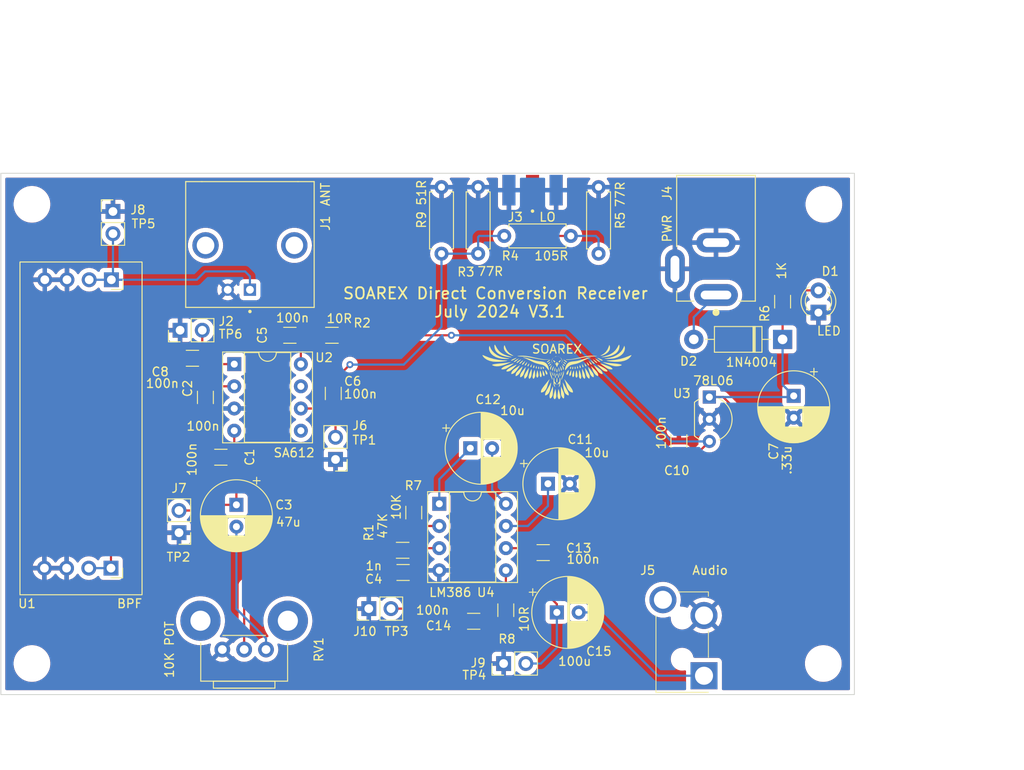
<source format=kicad_pcb>
(kicad_pcb (version 20211014) (generator pcbnew)
  (layers (0 "F.Cu" signal) (31 "B.Cu" signal) (34 "B.Paste" user) (35 "F.Paste" user) (36 "B.SilkS" user "B.Silkscreen") (37 "F.SilkS" user "F.Silkscreen") (38 "B.Mask" user) (39 "F.Mask" user) (44 "Edge.Cuts" user))
  (net 0 "")
  (net 1 "Net-(C1-Pad1)")
  (net 2 "GND")
  (net 3 "Net-(C2-Pad1)")
  (net 4 "Net-(C3-Pad2)")
  (net 5 "Net-(C4-Pad1)")
  (net 6 "Net-(C5-Pad1)")
  (net 7 "Net-(C6-Pad1)")
  (net 8 "12V")
  (net 9 "RX6V")
  (net 10 "Net-(D1-Pad2)")
  (net 11 "Net-(D2-Pad2)")
  (net 12 "Net-(C6-Pad2)")
  (net 13 "Net-(J1-Pad1)")
  (net 14 "Net-(J3-Pad1)")
  (net 15 "Net-(R1-Pad1)")
  (net 16 "Net-(C8-Pad1)")
  (net 19 "Net-(C11-Pad1)")
  (net 20 "Net-(C12-Pad1)")
  (net 21 "Net-(C12-Pad2)")
  (net 22 "Net-(C14-Pad1)")
  (net 23 "Net-(C15-Pad1)")
  (net 24 "Net-(C15-Pad2)")
  (net 25 "Net-(R7-Pad2)")
  (net 27 "Net-(C8-Pad2)")
  (footprint "Connector_PinHeader_2.54mm:PinHeader_1x02_P2.54mm_Vertical" (layer "F.Cu") (at 140.716 101.6 90)
    (fp_text reference "J10" (at -2.6035 -0.4445 180) (layer "F.SilkS"))
    (fp_text value "TP3" (at -2.6035 3.175 180) (layer "F.SilkS"))
    (pad "1" thru_hole rect (at 0 0 90) (size 1.7 1.7) (drill 1) (layers *.Cu *.Mask) (net 2 "GND"))
    (pad "2" thru_hole oval (at 0 2.54 90) (size 1.7 1.7) (drill 1) (layers *.Cu *.Mask) (net 5 "Net-(C4-Pad1)"))
  )
  (footprint "Capacitor_THT:CP_Radial_D8.0mm_P2.50mm" (layer "F.Cu") (at 189.3335 77.240349 -90)
    (fp_text reference "C7" (at 6.35 2.286 -270) (layer "F.SilkS"))
    (fp_text value ".33u" (at 7.366 0.762 -270) (layer "F.SilkS"))
    (pad "1" thru_hole rect (at 0 0 270) (size 1.6 1.6) (drill 0.8) (layers *.Cu *.Mask) (net 8 "12V"))
    (pad "2" thru_hole circle (at 2.5 0 270) (size 1.6 1.6) (drill 0.8) (layers *.Cu *.Mask) (net 2 "GND"))
  )
  (footprint "Capacitor_THT:CP_Radial_D8.0mm_P2.50mm" (layer "F.Cu") (at 161.2165 87.3025)
    (fp_text reference "C11" (at 3.692651 -5.08) (layer "F.SilkS"))
    (fp_text value "10u" (at 5.598 -3.546) (layer "F.SilkS"))
    (pad "1" thru_hole rect (at 0 0) (size 1.6 1.6) (drill 0.8) (layers *.Cu *.Mask) (net 19 "Net-(C11-Pad1)"))
    (pad "2" thru_hole circle (at 2.5 0) (size 1.6 1.6) (drill 0.8) (layers *.Cu *.Mask) (net 2 "GND"))
  )
  (footprint "Capacitor_SMD:C_1206_3216Metric" (layer "F.Cu") (at 120.5357 72.9361)
    (fp_text reference "C8" (at -3.6957 1.5494 180) (layer "F.SilkS"))
    (fp_text value "100n" (at -3.4417 2.8829) (layer "F.SilkS"))
    (pad "1" smd roundrect (at -1.475 0) (size 1.15 1.8) (layers "F.Cu" "F.Paste" "F.Mask") (roundrect_rratio 0.2173913043) (net 16 "Net-(C8-Pad1)"))
    (pad "2" smd roundrect (at 1.475 0) (size 1.15 1.8) (layers "F.Cu" "F.Paste" "F.Mask") (roundrect_rratio 0.2173913043) (net 27 "Net-(C8-Pad2)"))
  )
  (footprint "Custom_RF:CUI_PJ-002A" (layer "F.Cu") (at 180.4435 65.693 90)
    (fp_text reference "J4" (at 11.6545 -5.588 90) (layer "F.SilkS") (effects (font (size 1.000827 1.000827))))
    (fp_text value "PWR" (at 7.62 -5.588 90) (layer "F.SilkS") (effects (font (size 1.001181 1.001181))))
    (pad "1" thru_hole oval (at 0 0 90) (size 2.5 5) (drill oval 1 3.5) (layers *.Cu *.Mask) (net 11 "Net-(D2-Pad2)"))
    (pad "2" thru_hole oval (at 6 0 90) (size 2.25 4.5) (drill oval 1 3) (layers *.Cu *.Mask) (net 2 "GND"))
    (pad "3" thru_hole oval (at 3 -4.7 90) (size 4.5 2.25) (drill oval 3 1) (layers *.Cu *.Mask) (net 2 "GND"))
  )
  (footprint "Resistor_SMD:R_1206_3216Metric" (layer "F.Cu") (at 145.859151 90.6045 -90)
    (fp_text reference "R7" (at -3.0888 0.050451 180) (layer "F.SilkS"))
    (fp_text value "10K" (at -0.6504 2.006251 -90) (layer "F.SilkS"))
    (pad "1" smd roundrect (at -1.4625 0 270) (size 1.125 1.75) (layers "F.Cu" "F.Paste" "F.Mask") (roundrect_rratio 0.2222222222) (net 2 "GND"))
    (pad "2" smd roundrect (at 1.4625 0 270) (size 1.125 1.75) (layers "F.Cu" "F.Paste" "F.Mask") (roundrect_rratio 0.2222222222) (net 25 "Net-(R7-Pad2)"))
  )
  (footprint "Resistor_THT:R_Axial_DIN0207_L6.3mm_D2.5mm_P7.62mm_Horizontal" (layer "F.Cu") (at 156.21 58.928)
    (fp_text reference "R4" (at 0.6985 2.286) (layer "F.SilkS"))
    (fp_text value "105R" (at 5.3975 2.286) (layer "F.SilkS"))
    (pad "1" thru_hole circle (at 0 0) (size 1.6 1.6) (drill 0.8) (layers *.Cu *.Mask) (net 7 "Net-(C6-Pad1)"))
    (pad "2" thru_hole oval (at 7.62 0) (size 1.6 1.6) (drill 0.8) (layers *.Cu *.Mask) (net 14 "Net-(J3-Pad1)"))
  )
  (footprint "Resistor_THT:R_Axial_DIN0207_L6.3mm_D2.5mm_P7.62mm_Horizontal" (layer "F.Cu") (at 149.0345 60.96 90)
    (fp_text reference "R9" (at 3.8735 -2.286 90) (layer "F.SilkS"))
    (fp_text value "51R" (at 6.985 -2.286 90) (layer "F.SilkS"))
    (pad "1" thru_hole circle (at 0 0 90) (size 1.6 1.6) (drill 0.8) (layers *.Cu *.Mask) (net 7 "Net-(C6-Pad1)"))
    (pad "2" thru_hole oval (at 7.62 0 90) (size 1.6 1.6) (drill 0.8) (layers *.Cu *.Mask) (net 2 "GND"))
  )
  (footprint "Capacitor_SMD:C_1206_3216Metric" (layer "F.Cu") (at 122.0189 77.4165 -90)
    (fp_text reference "C2" (at -1.026 2.042 -90) (layer "F.SilkS"))
    (fp_text value "100n" (at 3.292 0.264 180) (layer "F.SilkS"))
    (pad "1" smd roundrect (at -1.475 0 270) (size 1.15 1.8) (layers "F.Cu" "F.Paste" "F.Mask") (roundrect_rratio 0.2173913043) (net 3 "Net-(C2-Pad1)"))
    (pad "2" smd roundrect (at 1.475 0 270) (size 1.15 1.8) (layers "F.Cu" "F.Paste" "F.Mask") (roundrect_rratio 0.2173913043) (net 2 "GND"))
  )
  (footprint "MountingHole:MountingHole_3.2mm_M3" (layer "F.Cu") (at 192.786 55.3085)
    (fp_text reference "H4" hide)
    (fp_text value "MountingHole" hide)
    (pad "" np_thru_hole circle (at 0 0) (size 3.2 3.2) (drill 3.2) (layers *.Cu *.Mask))
  )
  (footprint "MountingHole:MountingHole_3.2mm_M3" (layer "F.Cu") (at 192.7225 107.8865)
    (fp_text reference "H3" hide)
    (fp_text value "MountingHole" hide)
    (pad "" np_thru_hole circle (at 0 0) (size 3.2 3.2) (drill 3.2) (layers *.Cu *.Mask))
  )
  (footprint "Package_DIP:DIP-8_W7.62mm_Socket" (layer "F.Cu") (at 148.7805 89.5985)
    (fp_text reference "U4" (at 5.324 10.15) (layer "F.SilkS"))
    (fp_text value "LM386" (at 1.26 10.15) (layer "F.SilkS"))
    (pad "1" thru_hole rect (at 0 0) (size 1.6 1.6) (drill 0.8) (layers *.Cu *.Mask) (net 20 "Net-(C12-Pad1)"))
    (pad "2" thru_hole oval (at 0 2.54) (size 1.6 1.6) (drill 0.8) (layers *.Cu *.Mask) (net 25 "Net-(R7-Pad2)"))
    (pad "3" thru_hole oval (at 0 5.08) (size 1.6 1.6) (drill 0.8) (layers *.Cu *.Mask) (net 5 "Net-(C4-Pad1)"))
    (pad "4" thru_hole oval (at 0 7.62) (size 1.6 1.6) (drill 0.8) (layers *.Cu *.Mask) (net 2 "GND"))
    (pad "5" thru_hole oval (at 7.62 7.62) (size 1.6 1.6) (drill 0.8) (layers *.Cu *.Mask) (net 23 "Net-(C15-Pad1)"))
    (pad "6" thru_hole oval (at 7.62 5.08) (size 1.6 1.6) (drill 0.8) (layers *.Cu *.Mask) (net 8 "12V"))
    (pad "7" thru_hole oval (at 7.62 2.54) (size 1.6 1.6) (drill 0.8) (layers *.Cu *.Mask) (net 19 "Net-(C11-Pad1)"))
    (pad "8" thru_hole oval (at 7.62 0) (size 1.6 1.6) (drill 0.8) (layers *.Cu *.Mask) (net 21 "Net-(C12-Pad2)"))
  )
  (footprint "MountingHole:MountingHole_3.2mm_M3" (layer "F.Cu") (at 102.1715 107.8865)
    (fp_text reference "H2" hide)
    (fp_text value "MountingHole" hide)
    (pad "" np_thru_hole circle (at 0 0) (size 3.2 3.2) (drill 3.2) (layers *.Cu *.Mask))
  )
  (footprint "Package_TO_SOT_THT:TO-92L_Inline_Wide" (layer "F.Cu") (at 179.6815 77.377 -90)
    (fp_text reference "U3" (at -0.415 3.1515) (layer "F.SilkS"))
    (fp_text value "78L06" (at -1.8755 -0.468) (layer "F.SilkS"))
    (pad "1" thru_hole rect (at 0 0 270) (size 1.5 1.5) (drill 0.8) (layers *.Cu *.Mask) (net 8 "12V"))
    (pad "2" thru_hole circle (at 2.54 0 270) (size 1.5 1.5) (drill 0.8) (layers *.Cu *.Mask) (net 2 "GND"))
    (pad "3" thru_hole circle (at 5.08 0 270) (size 1.5 1.5) (drill 0.8) (layers *.Cu *.Mask) (net 9 "RX6V"))
  )
  (footprint "Connector_PinHeader_2.54mm:PinHeader_1x02_P2.54mm_Vertical" (layer "F.Cu") (at 136.906 84.5185 180)
    (fp_text reference "J6" (at -2.794 3.8735) (layer "F.SilkS"))
    (fp_text value "TP1" (at -3.302 2.2225) (layer "F.SilkS"))
    (pad "1" thru_hole rect (at 0 0 180) (size 1.7 1.7) (drill 1) (layers *.Cu *.Mask) (net 2 "GND"))
    (pad "2" thru_hole oval (at 0 2.54 180) (size 1.7 1.7) (drill 1) (layers *.Cu *.Mask) (net 12 "Net-(C6-Pad2)"))
  )
  (footprint "Resistor_SMD:R_1206_3216Metric" (layer "F.Cu") (at 156.3905 101.7805 90)
    (fp_text reference "R8" (at -3.302 0.136651) (layer "F.SilkS"))
    (fp_text value "10R" (at -1.016 2.1055 270) (layer "F.SilkS"))
    (pad "1" smd roundrect (at -1.4625 0 90) (size 1.125 1.75) (layers "F.Cu" "F.Paste" "F.Mask") (roundrect_rratio 0.2222222222) (net 22 "Net-(C14-Pad1)"))
    (pad "2" smd roundrect (at 1.4625 0 90) (size 1.125 1.75) (layers "F.Cu" "F.Paste" "F.Mask") (roundrect_rratio 0.2222222222) (net 23 "Net-(C15-Pad1)"))
  )
  (footprint "Capacitor_THT:CP_Radial_D8.0mm_P2.50mm" (layer "F.Cu") (at 162.2325 102.0345)
    (fp_text reference "C15" (at 4.8106 4.455) (layer "F.SilkS"))
    (fp_text value "100u" (at 2.042 5.598) (layer "F.SilkS"))
    (pad "1" thru_hole rect (at 0 0) (size 1.6 1.6) (drill 0.8) (layers *.Cu *.Mask) (net 23 "Net-(C15-Pad1)"))
    (pad "2" thru_hole circle (at 2.5 0) (size 1.6 1.6) (drill 0.8) (layers *.Cu *.Mask) (net 24 "Net-(C15-Pad2)"))
  )
  (footprint "Connector_PinHeader_2.54mm:PinHeader_1x02_P2.54mm_Vertical" (layer "F.Cu") (at 118.999 92.9055 180)
    (fp_text reference "J7" (at 0 5.085) (layer "F.SilkS"))
    (fp_text value "TP2" (at 0.0635 -2.794) (layer "F.SilkS"))
    (pad "1" thru_hole rect (at 0 0 180) (size 1.7 1.7) (drill 1) (layers *.Cu *.Mask) (net 2 "GND"))
    (pad "2" thru_hole oval (at 0 2.54 180) (size 1.7 1.7) (drill 1) (layers *.Cu *.Mask) (net 1 "Net-(C1-Pad1)"))
  )
  (footprint "Capacitor_SMD:C_1206_3216Metric" (layer "F.Cu") (at 136.652 76.962 -90)
    (fp_text reference "C6" (at -1.397 -2.2225) (layer "F.SilkS"))
    (fp_text value "100n" (at 0.0635 -3.1115) (layer "F.SilkS"))
    (pad "1" smd roundrect (at -1.475 0 270) (size 1.15 1.8) (layers "F.Cu" "F.Paste" "F.Mask") (roundrect_rratio 0.2173913043) (net 7 "Net-(C6-Pad1)"))
    (pad "2" smd roundrect (at 1.475 0 270) (size 1.15 1.8) (layers "F.Cu" "F.Paste" "F.Mask") (roundrect_rratio 0.2173913043) (net 12 "Net-(C6-Pad2)"))
  )
  (footprint "Capacitor_SMD:C_1206_3216Metric" (layer "F.Cu") (at 144.638151 97.4625 180)
    (fp_text reference "C4" (at 3.351 -0.762 180) (layer "F.SilkS"))
    (fp_text value "1n" (at 3.351 0.762 180) (layer "F.SilkS"))
    (pad "1" smd roundrect (at -1.475 0 180) (size 1.15 1.8) (layers "F.Cu" "F.Paste" "F.Mask") (roundrect_rratio 0.2173913043) (net 5 "Net-(C4-Pad1)"))
    (pad "2" smd roundrect (at 1.475 0 180) (size 1.15 1.8) (layers "F.Cu" "F.Paste" "F.Mask") (roundrect_rratio 0.2173913043) (net 2 "GND"))
  )
  (footprint "MountingHole:MountingHole_3.2mm_M3" (layer "F.Cu") (at 102.1715 55.3085)
    (fp_text reference "H1" hide)
    (fp_text value "MountingHole" hide)
    (pad "" np_thru_hole circle (at 0 0) (size 3.2 3.2) (drill 3.2) (layers F&B.Cu *.Mask))
  )
  (footprint "Capacitor_SMD:C_1206_3216Metric" (layer "F.Cu") (at 131.6834 70.3045 180)
    (fp_text reference "C5" (at 3.1594 0.01 270) (layer "F.SilkS"))
    (fp_text value "100n" (at -0.3077 1.9912 180) (layer "F.SilkS"))
    (pad "1" smd roundrect (at -1.475 0 180) (size 1.15 1.8) (layers "F.Cu" "F.Paste" "F.Mask") (roundrect_rratio 0.2173913043) (net 6 "Net-(C5-Pad1)"))
    (pad "2" smd roundrect (at 1.475 0 180) (size 1.15 1.8) (layers "F.Cu" "F.Paste" "F.Mask") (roundrect_rratio 0.2173913043) (net 2 "GND"))
  )
  (footprint "Custom_RF:Bourns_PTV09A_Horizontal_Pot" (layer "F.Cu") (at 123.9535 106.286 -90)
    (fp_text reference "RV1" (at 0 -11.05 90) (layer "F.SilkS"))
    (fp_text value "10K POT" (at 0 6.05 90) (layer "F.SilkS"))
    (pad "" thru_hole circle (at -3.3 2.5 270) (size 4.6 4.6) (drill 2.3) (layers *.Cu *.Mask))
    (pad "" thru_hole circle (at -3.3 -7.5 270) (size 4.6 4.6) (drill 2.3) (layers *.Cu *.Mask))
    (pad "1" thru_hole circle (at 0 0 270) (size 1.8 1.8) (drill 1) (layers *.Cu *.Mask) (net 2 "GND"))
    (pad "2" thru_hole circle (at 0 -2.5 270) (size 1.8 1.8) (drill 1) (layers *.Cu *.Mask) (net 15 "Net-(R1-Pad1)"))
    (pad "3" thru_hole circle (at 0 -5 270) (size 1.8 1.8) (drill 1) (layers *.Cu *.Mask) (net 4 "Net-(C3-Pad2)"))
  )
  (footprint "Custom_RF:CONN_1-1337543-0" (layer "F.Cu") (at 127.1143 65.089 -90)
    (fp_text reference "J1" (at -7.62 -8.636 -90) (layer "F.SilkS") (effects (font (size 1.001882 1.001882))))
    (fp_text value "ANT" (at -10.922 -8.636 90) (layer "F.SilkS") (effects (font (size 1.000929 1.000929))))
    (pad "1" thru_hole rect (at 0 0 270) (size 1.398 1.398) (drill 0.89) (layers *.Cu *.Mask) (net 13 "Net-(J1-Pad1)"))
    (pad "2" thru_hole circle (at 0 2.54 270) (size 1.398 1.398) (drill 0.89) (layers *.Cu *.Mask) (net 2 "GND"))
    (pad "P1" thru_hole circle (at -5.08 5.08 270) (size 3.015 3.015) (drill 2.01) (layers *.Cu *.Mask))
    (pad "P2" thru_hole circle (at -5.08 -5.08 270) (size 3.015 3.015) (drill 2.01) (layers *.Cu *.Mask))
  )
  (footprint "Custom_RF:48322230" (layer "F.Cu") (at 179.0705 109.2855)
    (fp_text reference "J5" (at -6.4394 -12.067) (layer "F.SilkS"))
    (fp_text value "Audio" (at 0.698 -12.067 180) (layer "F.SilkS"))
    (pad "" np_thru_hole circle (at -2.5 -6.6) (size 1.6 1.6) (drill 1.6) (layers *.Cu *.Mask))
    (pad "" np_thru_hole circle (at -2.5 -1.9) (size 1.6 1.6) (drill 1.6) (layers *.Cu *.Mask))
    (pad "1" thru_hole rect (at 0 0) (size 3.092 3.092) (drill 2.0616) (layers *.Cu *.Mask) (net 24 "Net-(C15-Pad2)"))
    (pad "2" thru_hole circle (at 0 -6.9) (size 3.092 3.092) (drill 2.0616) (layers *.Cu *.Mask) (net 2 "GND"))
    (pad "3" thru_hole circle (at -4.7 -8.7) (size 3.092 3.092) (drill 2.0616) (layers *.Cu *.Mask))
  )
  (footprint "Resistor_THT:R_Axial_DIN0207_L6.3mm_D2.5mm_P7.62mm_Horizontal" (layer "F.Cu") (at 153.2255 60.96 90)
    (fp_text reference "R3" (at -2.0955 -1.397 180) (layer "F.SilkS"))
    (fp_text value "77R" (at -2.032 1.397 180) (layer "F.SilkS"))
    (pad "1" thru_hole circle (at 0 0 90) (size 1.6 1.6) (drill 0.8) (layers *.Cu *.Mask) (net 7 "Net-(C6-Pad1)"))
    (pad "2" thru_hole oval (at 7.62 0 90) (size 1.6 1.6) (drill 0.8) (layers *.Cu *.Mask) (net 2 "GND"))
  )
  (footprint "Capacitor_SMD:C_1206_3216Metric" (layer "F.Cu") (at 176.1965 82.408 90)
    (fp_text reference "C10" (at -3.3805 -0.238 180) (layer "F.SilkS"))
    (fp_text value "100n" (at 0.9375 -2.016 90) (layer "F.SilkS"))
    (pad "1" smd roundrect (at -1.475 0 90) (size 1.15 1.8) (layers "F.Cu" "F.Paste" "F.Mask") (roundrect_rratio 0.2173913043) (net 9 "RX6V"))
    (pad "2" smd roundrect (at 1.475 0 90) (size 1.15 1.8) (layers "F.Cu" "F.Paste" "F.Mask") (roundrect_rratio 0.2173913043) (net 2 "GND"))
  )
  (footprint "Resistor_SMD:R_1206_3216Metric" (layer "F.Cu") (at 144.589151 94.9225)
    (fp_text reference "R1" (at -3.873151 -2.022 90) (layer "F.SilkS"))
    (fp_text value "47K" (at -2.285651 -2.784 90) (layer "F.SilkS"))
    (pad "1" smd roundrect (at -1.4625 0) (size 1.125 1.75) (layers "F.Cu" "F.Paste" "F.Mask") (roundrect_rratio 0.2222222222) (net 15 "Net-(R1-Pad1)"))
    (pad "2" smd roundrect (at 1.4625 0) (size 1.125 1.75) (layers "F.Cu" "F.Paste" "F.Mask") (roundrect_rratio 0.2222222222) (net 5 "Net-(C4-Pad1)"))
  )
  (footprint "Capacitor_THT:CP_Radial_D8.0mm_P2.50mm" (layer "F.Cu") (at 125.5649 89.715849 -90)
    (fp_text reference "C3" (at 0.009651 -5.4356 180) (layer "F.SilkS"))
    (fp_text value "47u" (at 1.978151 -5.9436 180) (layer "F.SilkS"))
    (pad "1" thru_hole rect (at 0 0 270) (size 1.6 1.6) (drill 0.8) (layers *.Cu *.Mask) (net 1 "Net-(C1-Pad1)"))
    (pad "2" thru_hole circle (at 2.5 0 270) (size 1.6 1.6) (drill 0.8) (layers *.Cu *.Mask) (net 4 "Net-(C3-Pad2)"))
  )
  (footprint "Package_DIP:DIP-8_W7.62mm_Socket" (layer "F.Cu") (at 125.3209 73.6065)
    (fp_text reference "U2" (at 10.277 -0.7466) (layer "F.SilkS"))
    (fp_text value "SA612" (at 6.848 10.15) (layer "F.SilkS"))
    (pad "1" thru_hole rect (at 0 0) (size 1.6 1.6) (drill 0.8) (layers *.Cu *.Mask) (net 27 "Net-(C8-Pad2)"))
    (pad "2" thru_hole oval (at 0 2.54) (size 1.6 1.6) (drill 0.8) (layers *.Cu *.Mask) (net 3 "Net-(C2-Pad1)"))
    (pad "3" thru_hole oval (at 0 5.08) (size 1.6 1.6) (drill 0.8) (layers *.Cu *.Mask) (net 2 "GND"))
    (pad "4" thru_hole oval (at 0 7.62) (size 1.6 1.6) (drill 0.8) (layers *.Cu *.Mask) (net 1 "Net-(C1-Pad1)"))
    (pad "5" thru_hole oval (at 7.62 7.62) (size 1.6 1.6) (drill 0.8) (layers *.Cu *.Mask))
    (pad "6" thru_hole oval (at 7.62 5.08) (size 1.6 1.6) (drill 0.8) (layers *.Cu *.Mask) (net 12 "Net-(C6-Pad2)"))
    (pad "7" thru_hole oval (at 7.62 2.54) (size 1.6 1.6) (drill 0.8) (layers *.Cu *.Mask))
    (pad "8" thru_hole oval (at 7.62 0) (size 1.6 1.6) (drill 0.8) (layers *.Cu *.Mask) (net 6 "Net-(C5-Pad1)"))
  )
  (footprint "Custom_Images:SOAREX_Falcon_20mm" (layer "F.Cu") (at 162.2425 74.422)
    (fp_text reference "G***" hide)
    (fp_text value "LOGO" hide)
    (fp_text user "SOAREX" (at 0 -2.54 unlocked) (layer "F.SilkS"))
  )
  (footprint "Custom_RF:RFSOLUTIONS_CON-SMA-EDGE-S" (layer "F.Cu") (at 159.4485 53.685 -90)
    (fp_text reference "J3" (at 3.084 1.9685 180) (layer "F.SilkS"))
    (fp_text value "LO" (at 3.084 -1.7145 180) (layer "F.SilkS"))
    (pad "1" smd rect (at 0 0 270) (size 3.5 1.5) (layers "F.Cu" "F.Paste" "F.Mask") (net 14 "Net-(J3-Pad1)"))
    (pad "G1" smd rect (at 0 -2.7 270) (size 3.5 1.5) (layers "F.Cu" "F.Paste" "F.Mask") (net 2 "GND"))
    (pad "G2" smd rect (at 0 2.7 270) (size 3.5 1.5) (layers "F.Cu" "F.Paste" "F.Mask") (net 2 "GND"))
    (pad "G3" smd rect (at 0 -2.7 270) (size 3.5 1.5) (layers "B.Cu" "B.Paste" "B.Mask") (net 2 "GND"))
    (pad "G4" smd rect (at 0 2.7 270) (size 3.5 1.5) (layers "B.Cu" "B.Paste" "B.Mask") (net 2 "GND"))
  )
  (footprint "Capacitor_SMD:C_1206_3216Metric" (layer "F.Cu") (at 152.717151 103.0505 180)
    (fp_text reference "C14" (at 4.015 -0.508 180) (layer "F.SilkS"))
    (fp_text value "100n" (at 4.708651 1.27) (layer "F.SilkS"))
    (pad "1" smd roundrect (at -1.475 0 180) (size 1.15 1.8) (layers "F.Cu" "F.Paste" "F.Mask") (roundrect_rratio 0.2173913043) (net 22 "Net-(C14-Pad1)"))
    (pad "2" smd roundrect (at 1.475 0 180) (size 1.15 1.8) (layers "F.Cu" "F.Paste" "F.Mask") (roundrect_rratio 0.2173913043) (net 2 "GND"))
  )
  (footprint "LED_THT:LED_D3.0mm" (layer "F.Cu") (at 192.1637 67.7037 90)
    (fp_text reference "D1" (at 4.7244 1.3462) (layer "F.SilkS"))
    (fp_text value "LED" (at -2.1082 1.1938) (layer "F.SilkS"))
    (pad "1" thru_hole rect (at 0 0 90) (size 1.8 1.8) (drill 0.9) (layers *.Cu *.Mask) (net 2 "GND"))
    (pad "2" thru_hole circle (at 2.54 0 90) (size 1.8 1.8) (drill 0.9) (layers *.Cu *.Mask) (net 10 "Net-(D1-Pad2)"))
  )
  (footprint "Diode_THT:D_DO-41_SOD81_P10.16mm_Horizontal" (layer "F.Cu") (at 188.0635 70.773 180)
    (fp_text reference "D2" (at 10.7588 -2.4933 180) (layer "F.SilkS"))
    (fp_text value "1N4004" (at 3.5706 -2.6203) (layer "F.SilkS"))
    (pad "1" thru_hole rect (at 0 0 180) (size 2.2 2.2) (drill 1.1) (layers *.Cu *.Mask) (net 8 "12V"))
    (pad "2" thru_hole oval (at 10.16 0 180) (size 2.2 2.2) (drill 1.1) (layers *.Cu *.Mask) (net 11 "Net-(D2-Pad2)"))
  )
  (footprint "Capacitor_SMD:C_1206_3216Metric" (layer "F.Cu") (at 160.6695 95.1865)
    (fp_text reference "C13" (at 4.064 -0.508) (layer "F.SilkS"))
    (fp_text value "100n" (at 4.572 0.762 180) (layer "F.SilkS"))
    (pad "1" smd roundrect (at -1.475 0) (size 1.15 1.8) (layers "F.Cu" "F.Paste" "F.Mask") (roundrect_rratio 0.2173913043) (net 8 "12V"))
    (pad "2" smd roundrect (at 1.475 0) (size 1.15 1.8) (layers "F.Cu" "F.Paste" "F.Mask") (roundrect_rratio 0.2173913043) (net 2 "GND"))
  )
  (footprint "Connector_PinHeader_2.54mm:PinHeader_1x02_P2.54mm_Vertical" (layer "F.Cu") (at 156.1415 107.8865 90)
    (fp_text reference "J9" (at 0.0635 -2.916 180) (layer "F.SilkS"))
    (fp_text value "TP4" (at -1.3335 -3.3605 180) (layer "F.SilkS"))
    (pad "1" thru_hole rect (at 0 0 90) (size 1.7 1.7) (drill 1) (layers *.Cu *.Mask) (net 2 "GND"))
    (pad "2" thru_hole oval (at 0 2.54 90) (size 1.7 1.7) (drill 1) (layers *.Cu *.Mask) (net 23 "Net-(C15-Pad1)"))
  )
  (footprint "Capacitor_SMD:C_1206_3216Metric" (layer "F.Cu") (at 123.7869 84.2645 180)
    (fp_text reference "C1" (at -3.302 0 90) (layer "F.SilkS"))
    (fp_text value "100n" (at 3.302 -0.254 90) (layer "F.SilkS"))
    (pad "1" smd roundrect (at -1.475 0 180) (size 1.15 1.8) (layers "F.Cu" "F.Paste" "F.Mask") (roundrect_rratio 0.2173913043) (net 1 "Net-(C1-Pad1)"))
    (pad "2" smd roundrect (at 1.475 0 180) (size 1.15 1.8) (layers "F.Cu" "F.Paste" "F.Mask") (roundrect_rratio 0.2173913043) (net 2 "GND"))
  )
  (footprint "Capacitor_THT:CP_Radial_D8.0mm_P2.50mm" (layer "F.Cu") (at 152.3265 83.2385)
    (fp_text reference "C12" (at 2.042 -5.578) (layer "F.SilkS"))
    (fp_text value "10u" (at 4.836 -4.308) (layer "F.SilkS"))
    (pad "1" thru_hole rect (at 0 0) (size 1.6 1.6) (drill 0.8) (layers *.Cu *.Mask) (net 20 "Net-(C12-Pad1)"))
    (pad "2" thru_hole circle (at 2.5 0) (size 1.6 1.6) (drill 0.8) (layers *.Cu *.Mask) (net 21 "Net-(C12-Pad2)"))
  )
  (footprint "Resistor_THT:R_Axial_DIN0207_L6.3mm_D2.5mm_P7.62mm_Horizontal" (layer "F.Cu") (at 167.005 60.96 90)
    (fp_text reference "R5" (at 3.81 2.4765 90) (layer "F.SilkS"))
    (fp_text value "77R" (at 6.7945 2.4765 90) (layer "F.SilkS"))
    (pad "1" thru_hole circle (at 0 0 90) (size 1.6 1.6) (drill 0.8) (layers *.Cu *.Mask) (net 14 "Net-(J3-Pad1)"))
    (pad "2" thru_hole oval (at 7.62 0 90) (size 1.6 1.6) (drill 0.8) (layers *.Cu *.Mask) (net 2 "GND"))
  )
  (footprint "Resistor_SMD:R_1206_3216Metric" (layer "F.Cu") (at 188.0635 66.455 90)
    (fp_text reference "R6" (at -1.3503 -2.0466 90) (layer "F.SilkS"))
    (fp_text value "1K" (at 3.5519 -0.1162 90) (layer "F.SilkS"))
    (pad "1" smd roundrect (at -1.4625 0 90) (size 1.125 1.75) (layers "F.Cu" "F.Paste" "F.Mask") (roundrect_rratio 0.2222222222) (net 8 "12V"))
    (pad "2" smd roundrect (at 1.4625 0 90) (size 1.125 1.75) (layers "F.Cu" "F.Paste" "F.Mask") (roundrect_rratio 0.2222222222) (net 10 "Net-(D1-Pad2)"))
  )
  (footprint "Custom_RF:QRPLabs_Filter_TH" (layer "F.Cu") (at 105.8799 74.1045 -90)
    (fp_text reference "U1" (at 26.924 4.2799 unlocked) (layer "F.SilkS"))
    (fp_text value "BPF" (at 26.924 -7.4676 unlocked) (layer "F.SilkS"))
    (pad "1" thru_hole rect (at -10.16 -5.38 270) (size 1.7 1.7) (drill 1) (layers *.Cu *.Mask) (net 13 "Net-(J1-Pad1)"))
    (pad "2" thru_hole oval (at -10.16 -2.84 270) (size 1.7 1.7) (drill 1) (layers *.Cu *.Mask) (net 13 "Net-(J1-Pad1)"))
    (pad "3" thru_hole oval (at -10.16 -0.3 270) (size 1.7 1.7) (drill 1) (layers *.Cu *.Mask) (net 2 "GND"))
    (pad "4" thru_hole oval (at -10.16 2.24 270) (size 1.7 1.7) (drill 1) (layers *.Cu *.Mask) (net 2 "GND"))
    (pad "5" thru_hole oval (at 22.86 2.286 270) (size 1.7 1.7) (drill 1) (layers *.Cu *.Mask) (net 2 "GND"))
    (pad "6" thru_hole oval (at 22.86 -0.254 270) (size 1.7 1.7) (drill 1) (layers *.Cu *.Mask) (net 2 "GND"))
    (pad "7" thru_hole oval (at 22.86 -2.794 270) (size 1.7 1.7) (drill 1) (layers *.Cu *.Mask) (net 16 "Net-(C8-Pad1)"))
    (pad "8" thru_hole rect (at 22.86 -5.334 270) (size 1.7 1.7) (drill 1) (layers *.Cu *.Mask) (net 16 "Net-(C8-Pad1)"))
  )
  (footprint "Connector_PinHeader_2.54mm:PinHeader_1x02_P2.54mm_Vertical" (layer "F.Cu") (at 111.4425 56.129)
    (fp_text reference "J8" (at 2.8575 -0.1855) (layer "F.SilkS"))
    (fp_text value "TP5" (at 3.4925 1.402) (layer "F.SilkS"))
    (pad "1" thru_hole rect (at 0 0) (size 1.7 1.7) (drill 1) (layers *.Cu *.Mask) (net 2 "GND"))
    (pad "2" thru_hole oval (at 0 2.54) (size 1.7 1.7) (drill 1) (layers *.Cu *.Mask) (net 13 "Net-(J1-Pad1)"))
  )
  (footprint "Connector_PinHeader_2.54mm:PinHeader_1x02_P2.54mm_Vertical" (layer "F.Cu") (at 119.121 69.723 90)
    (fp_text reference "J2" (at 1.016 5.2755 180) (layer "F.SilkS"))
    (fp_text value "TP6" (at -0.4445 5.7835 180) (layer "F.SilkS"))
    (pad "1" thru_hole rect (at 0 0 90) (size 1.7 1.7) (drill 1) (layers *.Cu *.Mask) (net 2 "GND"))
    (pad "2" thru_hole oval (at 0 2.54 90) (size 1.7 1.7) (drill 1) (layers *.Cu *.Mask) (net 27 "Net-(C8-Pad2)"))
  )
  (footprint "Resistor_SMD:R_1206_3216Metric" (layer "F.Cu") (at 136.4969 70.3045 180)
    (fp_text reference "R2" (at -3.4571 1.407 180) (layer "F.SilkS"))
    (fp_text value "10R" (at -0.8536 1.915 180) (layer "F.SilkS"))
    (pad "1" smd roundrect (at -1.4625 0 180) (size 1.125 1.75) (layers "F.Cu" "F.Paste" "F.Mask") (roundrect_rratio 0.2222222222) (net 9 "RX6V"))
    (pad "2" smd roundrect (at 1.4625 0 180) (size 1.125 1.75) (layers "F.Cu" "F.Paste" "F.Mask") (roundrect_rratio 0.2222222222) (net 6 "Net-(C5-Pad1)"))
  )
  (gr_rect (start 196.2785 111.4425) (end 98.6155 51.7525) (layer "Edge.Cuts") (width 0.1) (fill none))
  (gr_text "SOAREX Direct Conversion Receiver \nJuly 2024 V3.1" (at 155.702 66.548) (layer "F.SilkS") (effects (font (size 1.3 1.3) (thickness 0.2))))
  (segment (start 122.691651 89.715849) (end 125.5649 89.715849) (width 0.25) (layer "F.Cu") (net 1))
  (segment (start 122.042 90.3655) (end 122.691651 89.715849) (width 0.25) (layer "F.Cu") (net 1))
  (segment (start 125.3209 84.2055) (end 125.2619 84.2645) (width 0.25) (layer "F.Cu") (net 1))
  (segment (start 125.5649 84.5675) (end 125.5649 89.715849) (width 0.25) (layer "F.Cu") (net 1))
  (segment (start 118.999 90.3655) (end 122.042 90.3655) (width 0.25) (layer "F.Cu") (net 1))
  (segment (start 125.2619 84.2645) (end 125.5649 84.5675) (width 0.25) (layer "F.Cu") (net 1))
  (segment (start 125.3209 81.2265) (end 125.3209 84.2055) (width 0.25) (layer "F.Cu") (net 1))
  (segment (start 122.2239 76.1465) (end 125.3209 76.1465) (width 0.25) (layer "F.Cu") (net 3))
  (segment (start 122.0189 75.9415) (end 122.2239 76.1465) (width 0.25) (layer "F.Cu") (net 3))
  (segment (start 125.5649 92.215849) (end 125.5649 101.6254) (width 0.25) (layer "B.Cu") (net 4))
  (segment (start 125.5649 101.6254) (end 128.9535 105.014) (width 0.25) (layer "B.Cu") (net 4))
  (segment (start 128.9535 105.014) (end 128.9535 106.286) (width 0.25) (layer "B.Cu") (net 4))
  (segment (start 146.051651 94.9225) (end 146.295651 94.6785) (width 0.25) (layer "F.Cu") (net 5))
  (segment (start 146.051651 94.9225) (end 146.051651 97.401) (width 0.25) (layer "F.Cu") (net 5))
  (segment (start 144.8435 101.6) (end 143.256 101.6) (width 0.25) (layer "F.Cu") (net 5))
  (segment (start 146.113151 100.330349) (end 144.8435 101.6) (width 0.25) (layer "F.Cu") (net 5))
  (segment (start 146.051651 97.401) (end 146.113151 97.4625) (width 0.25) (layer "F.Cu") (net 5))
  (segment (start 146.113151 97.4625) (end 146.113151 100.330349) (width 0.25) (layer "F.Cu") (net 5))
  (segment (start 146.295651 94.6785) (end 148.7805 94.6785) (width 0.25) (layer "F.Cu") (net 5))
  (segment (start 133.1584 70.3045) (end 135.0344 70.3045) (width 0.25) (layer "F.Cu") (net 6))
  (segment (start 133.1584 70.3045) (end 132.9409 70.522) (width 0.25) (layer "F.Cu") (net 6))
  (segment (start 132.9409 70.522) (end 132.9409 73.6065) (width 0.25) (layer "F.Cu") (net 6))
  (segment (start 136.73 75.487) (end 138.557 73.66) (width 0.25) (layer "F.Cu") (net 7))
  (segment (start 136.652 75.487) (end 136.73 75.487) (width 0.25) (layer "F.Cu") (net 7))
  (via (at 138.557 73.66) (size 0.8) (drill 0.4) (layers "F.Cu" "B.Cu") (net 7))
  (segment (start 144.7165 73.66) (end 138.557 73.66) (width 0.25) (layer "B.Cu") (net 7))
  (segment (start 153.2255 59.055) (end 153.2255 60.96) (width 0.25) (layer "B.Cu") (net 7))
  (segment (start 156.21 58.928) (end 153.3525 58.928) (width 0.25) (layer "B.Cu") (net 7))
  (segment (start 153.2255 60.96) (end 149.0345 60.96) (width 0.25) (layer "B.Cu") (net 7))
  (segment (start 149.0345 69.342) (end 144.7165 73.66) (width 0.25) (layer "B.Cu") (net 7))
  (segment (start 153.3525 58.928) (end 153.2255 59.055) (width 0.25) (layer "B.Cu") (net 7))
  (segment (start 149.0345 60.96) (end 149.0345 69.342) (width 0.25) (layer "B.Cu") (net 7))
  (segment (start 182.5625 78.6765) (end 181.263 77.377) (width 0.25) (layer "F.Cu") (net 8))
  (segment (start 159.2335 95.1765) (end 161.2555 93.1545) (width 0.25) (layer "F.Cu") (net 8))
  (segment (start 181.2925 93.1545) (end 182.5625 91.8845) (width 0.25) (layer "F.Cu") (net 8))
  (segment (start 158.7355 94.6785) (end 159.2335 95.1765) (width 0.25) (layer "F.Cu") (net 8))
  (segment (start 182.5625 91.8845) (end 182.5625 78.6765) (width 0.25) (layer "F.Cu") (net 8))
  (segment (start 188.0635 67.9175) (end 188.0635 70.773) (width 0.25) (layer "F.Cu") (net 8))
  (segment (start 161.2555 93.1545) (end 181.2925 93.1545) (width 0.25) (layer "F.Cu") (net 8))
  (segment (start 156.4005 94.6785) (end 158.7355 94.6785) (width 0.25) (layer "F.Cu") (net 8))
  (segment (start 181.263 77.377) (end 179.6815 77.377) (width 0.25) (layer "F.Cu") (net 8))
  (segment (start 188.0635 75.970349) (end 189.3335 77.240349) (width 0.25) (layer "B.Cu") (net 8))
  (segment (start 188.0635 70.773) (end 188.0635 75.970349) (width 0.25) (layer "B.Cu") (net 8))
  (segment (start 189.196849 77.377) (end 189.3335 77.240349) (width 0.25) (layer "B.Cu") (net 8))
  (segment (start 179.6815 77.377) (end 189.196849 77.377) (width 0.25) (layer "B.Cu") (net 8))
  (segment (start 179.6815 82.457) (end 178.0518 84.0867) (width 0.25) (layer "F.Cu") (net 9))
  (segment (start 178.0518 84.0867) (end 176.4002 84.0867) (width 0.25) (layer "F.Cu") (net 9))
  (segment (start 137.9594 70.3045) (end 150.1675 70.3045) (width 0.25) (layer "F.Cu") (net 9))
  (via (at 150.1675 70.3045) (size 0.8) (drill 0.4) (layers "F.Cu" "B.Cu") (net 9))
  (segment (start 150.1675 70.3045) (end 163.205 70.3045) (width 0.25) (layer "B.Cu") (net 9))
  (segment (start 175.4165 82.457) (end 179.6815 82.457) (width 0.25) (layer "B.Cu") (net 9))
  (segment (start 163.205 70.3045) (end 175.387 82.4865) (width 0.25) (layer "B.Cu") (net 9))
  (segment (start 175.387 82.4865) (end 175.4165 82.457) (width 0.25) (layer "B.Cu") (net 9))
  (segment (start 188.0635 64.9925) (end 188.2347 65.1637) (width 0.25) (layer "F.Cu") (net 10))
  (segment (start 188.2347 65.1637) (end 192.1637 65.1637) (width 0.25) (layer "F.Cu") (net 10))
  (segment (start 177.9035 68.233) (end 180.4435 65.693) (width 0.25) (layer "B.Cu") (net 11))
  (segment (start 177.9035 70.773) (end 177.9035 68.233) (width 0.25) (layer "B.Cu") (net 11))
  (segment (start 136.4025 78.6865) (end 136.652 78.437) (width 0.25) (layer "F.Cu") (net 12))
  (segment (start 132.9409 78.6865) (end 136.4025 78.6865) (width 0.25) (layer "F.Cu") (net 12))
  (segment (start 136.652 78.437) (end 136.906 78.691) (width 0.25) (layer "F.Cu") (net 12))
  (segment (start 136.906 78.691) (end 136.906 81.9785) (width 0.25) (layer "F.Cu") (net 12))
  (segment (start 108.7199 63.9445) (end 111.2599 63.9445) (width 0.25) (layer "B.Cu") (net 13))
  (segment (start 111.4425 58.669) (end 111.4425 63.7619) (width 0.25) (layer "B.Cu") (net 13))
  (segment (start 127.1143 63.5508) (end 127.1143 65.089) (width 0.25) (layer "B.Cu") (net 13))
  (segment (start 121.9835 62.992) (end 126.5555 62.992) (width 0.25) (layer "B.Cu") (net 13))
  (segment (start 121.031 63.9445) (end 121.9835 62.992) (width 0.25) (layer "B.Cu") (net 13))
  (segment (start 111.2599 63.9445) (end 121.031 63.9445) (width 0.25) (layer "B.Cu") (net 13))
  (segment (start 126.5555 62.992) (end 127.1143 63.5508) (width 0.25) (layer "B.Cu") (net 13))
  (segment (start 111.4425 63.7619) (end 111.2599 63.9445) (width 0.25) (layer "B.Cu") (net 13))
  (segment (start 160.02 58.928) (end 163.83 58.928) (width 0.25) (layer "F.Cu") (net 14))
  (segment (start 159.4485 58.3565) (end 160.02 58.928) (width 0.25) (layer "F.Cu") (net 14))
  (segment (start 159.4485 53.685) (end 159.4485 58.3565) (width 0.25) (layer "F.Cu") (net 14))
  (segment (start 167.005 60.96) (end 167.005 59.2455) (width 0.25) (layer "B.Cu") (net 14))
  (segment (start 167.005 59.2455) (end 166.6875 58.928) (width 0.25) (layer "B.Cu") (net 14))
  (segment (start 166.6875 58.928) (end 163.83 58.928) (width 0.25) (layer "B.Cu") (net 14))
  (segment (start 126.4535 98.908) (end 130.439 94.9225) (width 0.25) (layer "F.Cu") (net 15))
  (segment (start 126.4535 106.286) (end 126.4535 98.908) (width 0.25) (layer "F.Cu") (net 15))
  (segment (start 130.439 94.9225) (end 143.126651 94.9225) (width 0.25) (layer "F.Cu") (net 15))
  (segment (start 111.2139 75.1713) (end 111.2139 96.9645) (width 0.25) (layer "F.Cu") (net 16))
  (segment (start 119.0607 72.9361) (end 113.4491 72.9361) (width 0.25) (layer "F.Cu") (net 16))
  (segment (start 113.4491 72.9361) (end 111.2139 75.1713) (width 0.25) (layer "F.Cu") (net 16))
  (segment (start 108.6739 96.9645) (end 111.2139 96.9645) (width 0.25) (layer "B.Cu") (net 16))
  (segment (start 161.2165 89.8425) (end 161.2165 87.3025) (width 0.25) (layer "B.Cu") (net 19))
  (segment (start 156.4005 92.1385) (end 158.9205 92.1385) (width 0.25) (layer "B.Cu") (net 19))
  (segment (start 158.9205 92.1385) (end 161.2165 89.8425) (width 0.25) (layer "B.Cu") (net 19))
  (segment (start 148.7805 89.5985) (end 148.7805 86.7845) (width 0.25) (layer "B.Cu") (net 20))
  (segment (start 148.7805 86.7845) (end 152.3265 83.2385) (width 0.25) (layer "B.Cu") (net 20))
  (segment (start 154.8265 88.0245) (end 156.4005 89.5985) (width 0.25) (layer "B.Cu") (net 21))
  (segment (start 154.8265 83.2385) (end 154.8265 88.0245) (width 0.25) (layer "B.Cu") (net 21))
  (segment (start 156.198 103.0505) (end 156.3905 103.243) (width 0.25) (layer "F.Cu") (net 22))
  (segment (start 154.192151 103.0505) (end 156.198 103.0505) (width 0.25) (layer "F.Cu") (net 22))
  (segment (start 162.2325 101.082) (end 162.2325 102.0345) (width 0.25) (layer "F.Cu") (net 23))
  (segment (start 156.4005 100.308) (end 156.3905 100.318) (width 0.25) (layer "F.Cu") (net 23))
  (segment (start 156.4005 97.2185) (end 156.4005 100.308) (width 0.25) (layer "F.Cu") (net 23))
  (segment (start 156.3905 100.318) (end 161.4685 100.318) (width 0.25) (layer "F.Cu") (net 23))
  (segment (start 161.4685 100.318) (end 162.2325 101.082) (width 0.25) (layer "F.Cu") (net 23))
  (segment (start 162.2325 102.0345) (end 162.2325 106.055) (width 0.25) (layer "B.Cu") (net 23))
  (segment (start 162.2325 106.055) (end 160.401 107.8865) (width 0.25) (layer "B.Cu") (net 23))
  (segment (start 160.401 107.8865) (end 158.6815 107.8865) (width 0.25) (layer "B.Cu") (net 23))
  (segment (start 173.8015 109.2855) (end 166.5505 102.0345) (width 0.25) (layer "B.Cu") (net 24))
  (segment (start 179.0705 109.2855) (end 173.8015 109.2855) (width 0.25) (layer "B.Cu") (net 24))
  (segment (start 166.5505 102.0345) (end 164.7325 102.0345) (width 0.25) (layer "B.Cu") (net 24))
  (segment (start 145.859151 92.067) (end 145.930651 92.1385) (width 0.25) (layer "F.Cu") (net 25))
  (segment (start 145.930651 92.1385) (end 148.7805 92.1385) (width 0.25) (layer "F.Cu") (net 25))
  (segment (start 121.661 69.723) (end 121.661 72.5864) (width 0.25) (layer "F.Cu") (net 27))
  (segment (start 121.661 72.5864) (end 122.0107 72.9361) (width 0.25) (layer "F.Cu") (net 27))
  (segment (start 122.0107 72.9361) (end 122.6811 73.6065) (width 0.25) (layer "F.Cu") (net 27))
  (segment (start 122.6811 73.6065) (end 125.3209 73.6065) (width 0.25) (layer "F.Cu") (net 27))
  (zone (net 2) (net_name "GND") (layers F&B.Cu) (connect_pads (clearance 0.508)) (min_thickness 0.254) (fill yes (thermal_gap 0.508) (thermal_bridge_width 0.508))
    (polygon (pts (xy 196.2785 111.4425) (xy 98.6155 111.4425) (xy 98.6409 51.7525) (xy 196.2785 51.7525)))
  )
)
</source>
